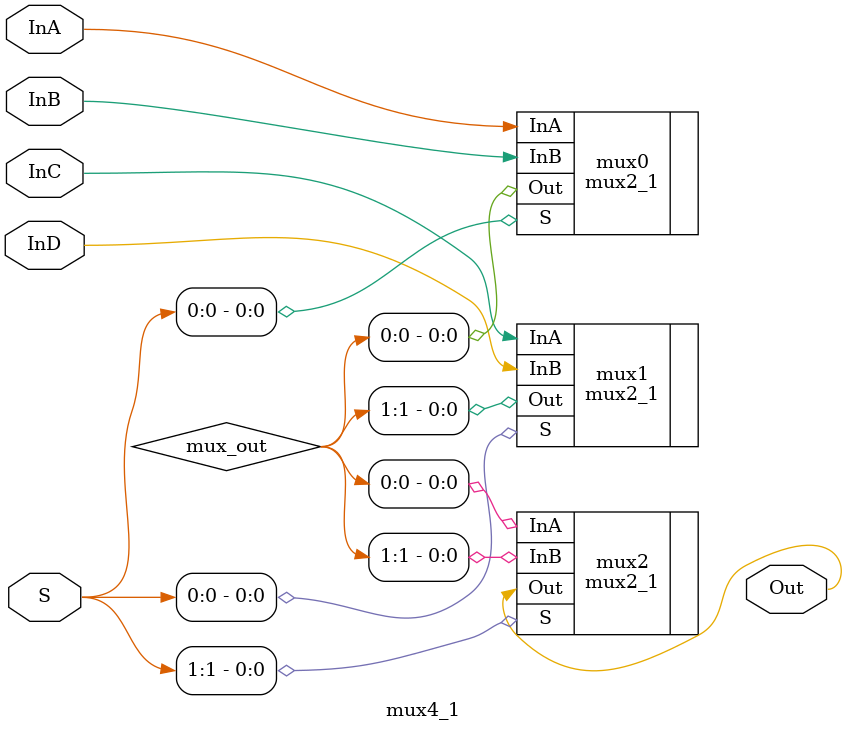
<source format=v>


module mux4_1 (input wire InA, InB, InC, InD, input wire [1:0] S, output wire Out);

     wire [1:0] mux_out;

     mux2_1 mux0 (.InA(InA), .InB(InB), .S(S[0]), .Out(mux_out[0]));
     mux2_1 mux1 (.InA(InC), .InB(InD), .S(S[0]), .Out(mux_out[1]));
     mux2_1 mux2 (.InA(mux_out[0]), .InB(mux_out[1]), .S(S[1]), .Out(Out));
 

endmodule

</source>
